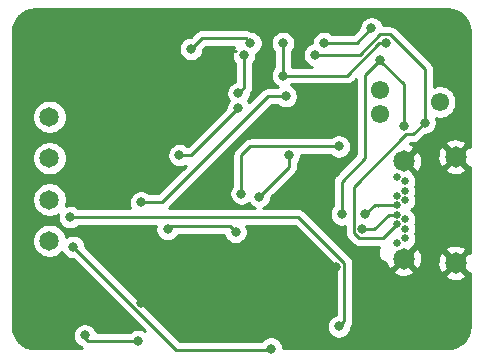
<source format=gbr>
%TF.GenerationSoftware,KiCad,Pcbnew,(5.1.12-1-g0a0a2da680)-1*%
%TF.CreationDate,2022-06-30T22:32:07+02:00*%
%TF.ProjectId,ThermoDeviceLogger,54686572-6d6f-4446-9576-6963654c6f67,rev?*%
%TF.SameCoordinates,Original*%
%TF.FileFunction,Copper,L2,Bot*%
%TF.FilePolarity,Positive*%
%FSLAX46Y46*%
G04 Gerber Fmt 4.6, Leading zero omitted, Abs format (unit mm)*
G04 Created by KiCad (PCBNEW (5.1.12-1-g0a0a2da680)-1) date 2022-06-30 22:32:07*
%MOMM*%
%LPD*%
G01*
G04 APERTURE LIST*
%TA.AperFunction,ComponentPad*%
%ADD10C,1.650000*%
%TD*%
%TA.AperFunction,ComponentPad*%
%ADD11C,1.550000*%
%TD*%
%TA.AperFunction,ComponentPad*%
%ADD12C,1.815000*%
%TD*%
%TA.AperFunction,ComponentPad*%
%ADD13C,0.650000*%
%TD*%
%TA.AperFunction,ViaPad*%
%ADD14C,3.750000*%
%TD*%
%TA.AperFunction,ViaPad*%
%ADD15C,0.800000*%
%TD*%
%TA.AperFunction,Conductor*%
%ADD16C,0.250000*%
%TD*%
%TA.AperFunction,Conductor*%
%ADD17C,0.254000*%
%TD*%
%TA.AperFunction,Conductor*%
%ADD18C,0.100000*%
%TD*%
G04 APERTURE END LIST*
D10*
%TO.P,J3,4*%
%TO.N,/ThermoCouple Modules/T-tcm2*%
X88750000Y-72750000D03*
%TO.P,J3,3*%
%TO.N,/ThermoCouple Modules/T+tcm2*%
X88750000Y-69250000D03*
%TO.P,J3,2*%
%TO.N,/ThermoCouple Modules/T-tcm1*%
X88750000Y-65750000D03*
%TO.P,J3,1*%
%TO.N,/ThermoCouple Modules/T+tcm1*%
X88750000Y-62250000D03*
%TD*%
D11*
%TO.P,J2,9*%
%TO.N,N/C*%
X116710000Y-59984000D03*
%TO.P,J2,8*%
X116710000Y-62016000D03*
%TO.P,J2,7*%
X121790000Y-61000000D03*
%TD*%
D12*
%TO.P,J1,MH4*%
%TO.N,GND*%
X118750000Y-65990000D03*
%TO.P,J1,MH3*%
X123140000Y-65630000D03*
%TO.P,J1,MH2*%
X123140000Y-74610000D03*
%TO.P,J1,MH1*%
X118750000Y-74250000D03*
D13*
%TO.P,J1,B12*%
%TO.N,Net-(J1-PadB12)*%
X118150000Y-72920000D03*
%TO.P,J1,B11*%
%TO.N,Net-(J1-PadB11)*%
X118850000Y-72520000D03*
%TO.P,J1,B10*%
%TO.N,Net-(J1-PadB10)*%
X118850000Y-71720000D03*
%TO.P,J1,B9*%
%TO.N,+5V*%
X118150000Y-71320000D03*
%TO.P,J1,B8*%
%TO.N,Net-(J1-PadB8)*%
X118850000Y-70920000D03*
%TO.P,J1,B7*%
%TO.N,/PGC*%
X118150000Y-70520000D03*
%TO.P,J1,B6*%
%TO.N,/PGD*%
X118150000Y-69720000D03*
%TO.P,J1,B5*%
%TO.N,Net-(J1-PadB5)*%
X118850000Y-69320000D03*
%TO.P,J1,B4*%
%TO.N,Net-(J1-PadB4)*%
X118150000Y-68920000D03*
%TO.P,J1,B3*%
%TO.N,Net-(J1-PadB3)*%
X118850000Y-68520000D03*
%TO.P,J1,B2*%
%TO.N,Net-(J1-PadB2)*%
X118850000Y-67720000D03*
%TO.P,J1,B1*%
%TO.N,GND*%
X118150000Y-67320000D03*
%TD*%
D14*
%TO.N,GND*%
X122000000Y-55500000D03*
X122000000Y-79500000D03*
X88000000Y-79500000D03*
X88000000Y-55500000D03*
D15*
X96512653Y-77987347D03*
X101500000Y-76250000D03*
X105500000Y-76500000D03*
X113000000Y-75000000D03*
X94500000Y-79000000D03*
X103982499Y-56807805D03*
%TO.N,+5V*%
X120520000Y-62730000D03*
X111250000Y-57000000D03*
X105750000Y-56000000D03*
X100750000Y-56500000D03*
%TO.N,Net-(C4-Pad2)*%
X112000000Y-56000000D03*
X116000000Y-54750000D03*
%TO.N,/Cyrstal1*%
X104750000Y-60250000D03*
X105200000Y-57000000D03*
%TO.N,/CS_1*%
X108750000Y-60500000D03*
X96500000Y-69500000D03*
%TO.N,/CS_2*%
X109000000Y-65500000D03*
X106500000Y-69000000D03*
%TO.N,/SCK*%
X105000000Y-68750000D03*
X113250000Y-64750000D03*
%TO.N,/ThermoCouple Modules/T+tcm2*%
X90500000Y-70750000D03*
X113250000Y-80000000D03*
%TO.N,/ThermoCouple Modules/T-tcm2*%
X90750000Y-73250000D03*
X107500000Y-81875000D03*
%TO.N,/MISO*%
X104500000Y-72000000D03*
X98750000Y-71750000D03*
%TO.N,/PGC*%
X115250000Y-71750000D03*
%TO.N,/PGD*%
X118750000Y-63000000D03*
X116767415Y-57459836D03*
X115500000Y-70500000D03*
X113500000Y-70500000D03*
%TO.N,/MCLR*%
X117250000Y-56000000D03*
X108500000Y-58750000D03*
X108500000Y-56000000D03*
%TO.N,/ThermoCouple Modules/T-tcm1*%
X96250000Y-81250000D03*
X91750000Y-80750000D03*
%TO.N,Net-(R2-Pad1)*%
X104750000Y-61500000D03*
X99750000Y-65500000D03*
%TD*%
D16*
%TO.N,GND*%
X96512653Y-77987347D02*
X98250000Y-76250000D01*
X98250000Y-76250000D02*
X101500000Y-76250000D01*
X101500000Y-76250000D02*
X105250000Y-76250000D01*
X105250000Y-76250000D02*
X105500000Y-76500000D01*
X105500000Y-76500000D02*
X106500000Y-76500000D01*
X106500000Y-76500000D02*
X108000000Y-75000000D01*
X108000000Y-75000000D02*
X108750000Y-75000000D01*
X108750000Y-75000000D02*
X113000000Y-75000000D01*
X88000000Y-79500000D02*
X94000000Y-79500000D01*
X94000000Y-79500000D02*
X94500000Y-79000000D01*
X103874694Y-56700000D02*
X103500000Y-56700000D01*
X103982499Y-56807805D02*
X103874694Y-56700000D01*
X103500000Y-56700000D02*
X103000000Y-56700000D01*
X104500000Y-56700000D02*
X103500000Y-56700000D01*
%TO.N,+5V*%
X117598001Y-55274999D02*
X116725001Y-55274999D01*
X120520000Y-58196998D02*
X117598001Y-55274999D01*
X120520000Y-62730000D02*
X120520000Y-58196998D01*
X116725001Y-55274999D02*
X115000000Y-57000000D01*
X115000000Y-57000000D02*
X111250000Y-57000000D01*
X105350001Y-55600001D02*
X101649999Y-55600001D01*
X105750000Y-56000000D02*
X105350001Y-55600001D01*
X101649999Y-55600001D02*
X100750000Y-56500000D01*
X119524999Y-63725001D02*
X120520000Y-62730000D01*
X114524999Y-68162999D02*
X118962997Y-63725001D01*
X118962997Y-63725001D02*
X119524999Y-63725001D01*
X114524999Y-72098001D02*
X114524999Y-68162999D01*
X114926998Y-72500000D02*
X114524999Y-72098001D01*
X116970000Y-72500000D02*
X114926998Y-72500000D01*
X118150000Y-71320000D02*
X116970000Y-72500000D01*
%TO.N,Net-(C4-Pad2)*%
X112000000Y-56000000D02*
X114500000Y-56000000D01*
X114750000Y-56000000D02*
X116000000Y-54750000D01*
X114500000Y-56000000D02*
X114750000Y-56000000D01*
%TO.N,/Cyrstal1*%
X105200000Y-59800000D02*
X105200000Y-57000000D01*
X104750000Y-60250000D02*
X105200000Y-59800000D01*
%TO.N,/CS_1*%
X108750000Y-60500000D02*
X107250000Y-60500000D01*
X107250000Y-60500000D02*
X98250000Y-69500000D01*
X98250000Y-69500000D02*
X96500000Y-69500000D01*
%TO.N,/CS_2*%
X109000000Y-65500000D02*
X109000000Y-66500000D01*
X109000000Y-66500000D02*
X106500000Y-69000000D01*
%TO.N,/SCK*%
X105000000Y-68750000D02*
X105000000Y-65500000D01*
X105000000Y-65500000D02*
X105250000Y-65250000D01*
X105250000Y-65250000D02*
X105750000Y-64750000D01*
X105750000Y-64750000D02*
X113250000Y-64750000D01*
%TO.N,/ThermoCouple Modules/T+tcm2*%
X113725001Y-79524999D02*
X113250000Y-80000000D01*
X113725001Y-74651999D02*
X113725001Y-79524999D01*
X109823002Y-70750000D02*
X113725001Y-74651999D01*
X90500000Y-70750000D02*
X109823002Y-70750000D01*
%TO.N,/ThermoCouple Modules/T-tcm2*%
X90750000Y-73250000D02*
X99500000Y-82000000D01*
X107375000Y-82000000D02*
X107500000Y-81875000D01*
X99500000Y-82000000D02*
X107375000Y-82000000D01*
%TO.N,/MISO*%
X104500000Y-72000000D02*
X104000000Y-71500000D01*
X99000000Y-71500000D02*
X98750000Y-71750000D01*
X104000000Y-71500000D02*
X99000000Y-71500000D01*
%TO.N,/PGC*%
X118150000Y-70520000D02*
X117480000Y-70520000D01*
X117480000Y-70520000D02*
X116250000Y-71750000D01*
X116250000Y-71750000D02*
X115250000Y-71750000D01*
%TO.N,/PGD*%
X118750000Y-63000000D02*
X118750000Y-59500000D01*
X116767415Y-57517415D02*
X116767415Y-57459836D01*
X118750000Y-59500000D02*
X116767415Y-57517415D01*
X118150000Y-69720000D02*
X116530000Y-69720000D01*
X116530000Y-69720000D02*
X116530000Y-69780000D01*
X116530000Y-69720000D02*
X116280000Y-69720000D01*
X116280000Y-69720000D02*
X115500000Y-70500000D01*
X115500000Y-58727251D02*
X116767415Y-57459836D01*
X115500000Y-65750000D02*
X115500000Y-58727251D01*
X113500000Y-67750000D02*
X115500000Y-65750000D01*
X113500000Y-70500000D02*
X113500000Y-67750000D01*
%TO.N,/MCLR*%
X116684315Y-56000000D02*
X113934315Y-58750000D01*
X117250000Y-56000000D02*
X116684315Y-56000000D01*
X113934315Y-58750000D02*
X108500000Y-58750000D01*
X108500000Y-56000000D02*
X108500000Y-58750000D01*
%TO.N,/ThermoCouple Modules/T-tcm1*%
X96250000Y-81250000D02*
X92000000Y-81250000D01*
X92000000Y-81250000D02*
X91750000Y-81000000D01*
X91750000Y-81000000D02*
X91750000Y-80750000D01*
%TO.N,Net-(R2-Pad1)*%
X104750000Y-61500000D02*
X100750000Y-65500000D01*
X100750000Y-65500000D02*
X99750000Y-65500000D01*
%TD*%
D17*
%TO.N,GND*%
X122856775Y-53198147D02*
X123199967Y-53301763D01*
X123516489Y-53470062D01*
X123794299Y-53696637D01*
X124022806Y-53972856D01*
X124193310Y-54288197D01*
X124299319Y-54630656D01*
X124340000Y-55017712D01*
X124340000Y-64783496D01*
X124209431Y-64740174D01*
X123319605Y-65630000D01*
X124209431Y-66519826D01*
X124340000Y-66476504D01*
X124340001Y-73763496D01*
X124209431Y-73720174D01*
X123319605Y-74610000D01*
X124209431Y-75499826D01*
X124340001Y-75456504D01*
X124340001Y-79967711D01*
X124301853Y-80356776D01*
X124198238Y-80699964D01*
X124029939Y-81016489D01*
X123803365Y-81294296D01*
X123527146Y-81522805D01*
X123211803Y-81693310D01*
X122869344Y-81799319D01*
X122482288Y-81840000D01*
X108535000Y-81840000D01*
X108535000Y-81773061D01*
X108495226Y-81573102D01*
X108417205Y-81384744D01*
X108303937Y-81215226D01*
X108159774Y-81071063D01*
X107990256Y-80957795D01*
X107801898Y-80879774D01*
X107601939Y-80840000D01*
X107398061Y-80840000D01*
X107198102Y-80879774D01*
X107009744Y-80957795D01*
X106840226Y-81071063D01*
X106696063Y-81215226D01*
X106679510Y-81240000D01*
X99814802Y-81240000D01*
X91785000Y-73210199D01*
X91785000Y-73148061D01*
X91745226Y-72948102D01*
X91667205Y-72759744D01*
X91553937Y-72590226D01*
X91409774Y-72446063D01*
X91240256Y-72332795D01*
X91051898Y-72254774D01*
X90851939Y-72215000D01*
X90648061Y-72215000D01*
X90448102Y-72254774D01*
X90259744Y-72332795D01*
X90167832Y-72394209D01*
X90153893Y-72324134D01*
X90043835Y-72058431D01*
X89884056Y-71819304D01*
X89680696Y-71615944D01*
X89441569Y-71456165D01*
X89175866Y-71346107D01*
X88893797Y-71290000D01*
X88606203Y-71290000D01*
X88324134Y-71346107D01*
X88058431Y-71456165D01*
X87819304Y-71615944D01*
X87615944Y-71819304D01*
X87456165Y-72058431D01*
X87346107Y-72324134D01*
X87290000Y-72606203D01*
X87290000Y-72893797D01*
X87346107Y-73175866D01*
X87456165Y-73441569D01*
X87615944Y-73680696D01*
X87819304Y-73884056D01*
X88058431Y-74043835D01*
X88324134Y-74153893D01*
X88606203Y-74210000D01*
X88893797Y-74210000D01*
X89175866Y-74153893D01*
X89441569Y-74043835D01*
X89680696Y-73884056D01*
X89830364Y-73734388D01*
X89832795Y-73740256D01*
X89946063Y-73909774D01*
X90090226Y-74053937D01*
X90259744Y-74167205D01*
X90448102Y-74245226D01*
X90648061Y-74285000D01*
X90710199Y-74285000D01*
X96793710Y-80368512D01*
X96740256Y-80332795D01*
X96551898Y-80254774D01*
X96351939Y-80215000D01*
X96148061Y-80215000D01*
X95948102Y-80254774D01*
X95759744Y-80332795D01*
X95590226Y-80446063D01*
X95546289Y-80490000D01*
X92753560Y-80490000D01*
X92745226Y-80448102D01*
X92667205Y-80259744D01*
X92553937Y-80090226D01*
X92409774Y-79946063D01*
X92240256Y-79832795D01*
X92051898Y-79754774D01*
X91851939Y-79715000D01*
X91648061Y-79715000D01*
X91448102Y-79754774D01*
X91259744Y-79832795D01*
X91090226Y-79946063D01*
X90946063Y-80090226D01*
X90832795Y-80259744D01*
X90754774Y-80448102D01*
X90715000Y-80648061D01*
X90715000Y-80851939D01*
X90754774Y-81051898D01*
X90832795Y-81240256D01*
X90946063Y-81409774D01*
X91090226Y-81553937D01*
X91259744Y-81667205D01*
X91400853Y-81725655D01*
X91436200Y-81761002D01*
X91459999Y-81790001D01*
X91520923Y-81840000D01*
X87532279Y-81840000D01*
X87143224Y-81801853D01*
X86800036Y-81698238D01*
X86483511Y-81529939D01*
X86205704Y-81303365D01*
X85977195Y-81027146D01*
X85806690Y-80711803D01*
X85700681Y-80369344D01*
X85660000Y-79982288D01*
X85660000Y-69106203D01*
X87290000Y-69106203D01*
X87290000Y-69393797D01*
X87346107Y-69675866D01*
X87456165Y-69941569D01*
X87615944Y-70180696D01*
X87819304Y-70384056D01*
X88058431Y-70543835D01*
X88324134Y-70653893D01*
X88606203Y-70710000D01*
X88893797Y-70710000D01*
X89175866Y-70653893D01*
X89441569Y-70543835D01*
X89492501Y-70509804D01*
X89465000Y-70648061D01*
X89465000Y-70851939D01*
X89504774Y-71051898D01*
X89582795Y-71240256D01*
X89696063Y-71409774D01*
X89840226Y-71553937D01*
X90009744Y-71667205D01*
X90198102Y-71745226D01*
X90398061Y-71785000D01*
X90601939Y-71785000D01*
X90801898Y-71745226D01*
X90990256Y-71667205D01*
X91159774Y-71553937D01*
X91203711Y-71510000D01*
X97742462Y-71510000D01*
X97715000Y-71648061D01*
X97715000Y-71851939D01*
X97754774Y-72051898D01*
X97832795Y-72240256D01*
X97946063Y-72409774D01*
X98090226Y-72553937D01*
X98259744Y-72667205D01*
X98448102Y-72745226D01*
X98648061Y-72785000D01*
X98851939Y-72785000D01*
X99051898Y-72745226D01*
X99240256Y-72667205D01*
X99409774Y-72553937D01*
X99553937Y-72409774D01*
X99654013Y-72260000D01*
X103496440Y-72260000D01*
X103504774Y-72301898D01*
X103582795Y-72490256D01*
X103696063Y-72659774D01*
X103840226Y-72803937D01*
X104009744Y-72917205D01*
X104198102Y-72995226D01*
X104398061Y-73035000D01*
X104601939Y-73035000D01*
X104801898Y-72995226D01*
X104990256Y-72917205D01*
X105159774Y-72803937D01*
X105303937Y-72659774D01*
X105417205Y-72490256D01*
X105495226Y-72301898D01*
X105535000Y-72101939D01*
X105535000Y-71898061D01*
X105495226Y-71698102D01*
X105417311Y-71510000D01*
X109508201Y-71510000D01*
X112965001Y-74966801D01*
X112965002Y-79001412D01*
X112948102Y-79004774D01*
X112759744Y-79082795D01*
X112590226Y-79196063D01*
X112446063Y-79340226D01*
X112332795Y-79509744D01*
X112254774Y-79698102D01*
X112215000Y-79898061D01*
X112215000Y-80101939D01*
X112254774Y-80301898D01*
X112332795Y-80490256D01*
X112446063Y-80659774D01*
X112590226Y-80803937D01*
X112759744Y-80917205D01*
X112948102Y-80995226D01*
X113148061Y-81035000D01*
X113351939Y-81035000D01*
X113551898Y-80995226D01*
X113740256Y-80917205D01*
X113909774Y-80803937D01*
X114053937Y-80659774D01*
X114167205Y-80490256D01*
X114245226Y-80301898D01*
X114285000Y-80101939D01*
X114285000Y-80040632D01*
X114359975Y-79949275D01*
X114430547Y-79817246D01*
X114474004Y-79673985D01*
X114485001Y-79562332D01*
X114485001Y-79562322D01*
X114488677Y-79524999D01*
X114485001Y-79487676D01*
X114485001Y-75319431D01*
X117860174Y-75319431D01*
X117944764Y-75574378D01*
X118218609Y-75706025D01*
X118512876Y-75781716D01*
X118816256Y-75798545D01*
X119117089Y-75755865D01*
X119335044Y-75679431D01*
X122250174Y-75679431D01*
X122334764Y-75934378D01*
X122608609Y-76066025D01*
X122902876Y-76141716D01*
X123206256Y-76158545D01*
X123507089Y-76115865D01*
X123793815Y-76015314D01*
X123945236Y-75934378D01*
X124029826Y-75679431D01*
X123140000Y-74789605D01*
X122250174Y-75679431D01*
X119335044Y-75679431D01*
X119403815Y-75655314D01*
X119555236Y-75574378D01*
X119639826Y-75319431D01*
X118750000Y-74429605D01*
X117860174Y-75319431D01*
X114485001Y-75319431D01*
X114485001Y-74689322D01*
X114488677Y-74651999D01*
X114485001Y-74614676D01*
X114485001Y-74614666D01*
X114474004Y-74503013D01*
X114430547Y-74359752D01*
X114390591Y-74285000D01*
X114359975Y-74227722D01*
X114288800Y-74140996D01*
X114265002Y-74111998D01*
X114236005Y-74088201D01*
X110386806Y-70239003D01*
X110363003Y-70209999D01*
X110247278Y-70115026D01*
X110115249Y-70044454D01*
X109971988Y-70000997D01*
X109860335Y-69990000D01*
X109860324Y-69990000D01*
X109823002Y-69986324D01*
X109785680Y-69990000D01*
X106814515Y-69990000D01*
X106990256Y-69917205D01*
X107159774Y-69803937D01*
X107303937Y-69659774D01*
X107417205Y-69490256D01*
X107495226Y-69301898D01*
X107535000Y-69101939D01*
X107535000Y-69039801D01*
X109511003Y-67063799D01*
X109540001Y-67040001D01*
X109572011Y-67000997D01*
X109634974Y-66924277D01*
X109705546Y-66792247D01*
X109715328Y-66760000D01*
X109749003Y-66648986D01*
X109760000Y-66537333D01*
X109760000Y-66537323D01*
X109763676Y-66500000D01*
X109760000Y-66462677D01*
X109760000Y-66203711D01*
X109803937Y-66159774D01*
X109917205Y-65990256D01*
X109995226Y-65801898D01*
X110035000Y-65601939D01*
X110035000Y-65510000D01*
X112546289Y-65510000D01*
X112590226Y-65553937D01*
X112759744Y-65667205D01*
X112948102Y-65745226D01*
X113148061Y-65785000D01*
X113351939Y-65785000D01*
X113551898Y-65745226D01*
X113740256Y-65667205D01*
X113909774Y-65553937D01*
X114053937Y-65409774D01*
X114167205Y-65240256D01*
X114245226Y-65051898D01*
X114285000Y-64851939D01*
X114285000Y-64648061D01*
X114245226Y-64448102D01*
X114167205Y-64259744D01*
X114053937Y-64090226D01*
X113909774Y-63946063D01*
X113740256Y-63832795D01*
X113551898Y-63754774D01*
X113351939Y-63715000D01*
X113148061Y-63715000D01*
X112948102Y-63754774D01*
X112759744Y-63832795D01*
X112590226Y-63946063D01*
X112546289Y-63990000D01*
X105787325Y-63990000D01*
X105750000Y-63986324D01*
X105712675Y-63990000D01*
X105712667Y-63990000D01*
X105601014Y-64000997D01*
X105457753Y-64044454D01*
X105325724Y-64115026D01*
X105209999Y-64209999D01*
X105186196Y-64239003D01*
X104739003Y-64686196D01*
X104738997Y-64686201D01*
X104488997Y-64936202D01*
X104460000Y-64959999D01*
X104436202Y-64988997D01*
X104436201Y-64988998D01*
X104365026Y-65075724D01*
X104294454Y-65207754D01*
X104250998Y-65351015D01*
X104236324Y-65500000D01*
X104240001Y-65537332D01*
X104240000Y-68046289D01*
X104196063Y-68090226D01*
X104082795Y-68259744D01*
X104004774Y-68448102D01*
X103965000Y-68648061D01*
X103965000Y-68851939D01*
X104004774Y-69051898D01*
X104082795Y-69240256D01*
X104196063Y-69409774D01*
X104340226Y-69553937D01*
X104509744Y-69667205D01*
X104698102Y-69745226D01*
X104898061Y-69785000D01*
X105101939Y-69785000D01*
X105301898Y-69745226D01*
X105490256Y-69667205D01*
X105635972Y-69569841D01*
X105696063Y-69659774D01*
X105840226Y-69803937D01*
X106009744Y-69917205D01*
X106185485Y-69990000D01*
X98834801Y-69990000D01*
X107564802Y-61260000D01*
X108046289Y-61260000D01*
X108090226Y-61303937D01*
X108259744Y-61417205D01*
X108448102Y-61495226D01*
X108648061Y-61535000D01*
X108851939Y-61535000D01*
X109051898Y-61495226D01*
X109240256Y-61417205D01*
X109409774Y-61303937D01*
X109553937Y-61159774D01*
X109667205Y-60990256D01*
X109745226Y-60801898D01*
X109785000Y-60601939D01*
X109785000Y-60398061D01*
X109745226Y-60198102D01*
X109667205Y-60009744D01*
X109553937Y-59840226D01*
X109409774Y-59696063D01*
X109240256Y-59582795D01*
X109162941Y-59550770D01*
X109203711Y-59510000D01*
X113896993Y-59510000D01*
X113934315Y-59513676D01*
X113971637Y-59510000D01*
X113971648Y-59510000D01*
X114083301Y-59499003D01*
X114226562Y-59455546D01*
X114358591Y-59384974D01*
X114474316Y-59290001D01*
X114498119Y-59260997D01*
X114740001Y-59019115D01*
X114740000Y-65435198D01*
X112988998Y-67186201D01*
X112960000Y-67209999D01*
X112936202Y-67238997D01*
X112936201Y-67238998D01*
X112865026Y-67325724D01*
X112794454Y-67457754D01*
X112769947Y-67538545D01*
X112750998Y-67601014D01*
X112745977Y-67651997D01*
X112736324Y-67750000D01*
X112740001Y-67787332D01*
X112740000Y-69796289D01*
X112696063Y-69840226D01*
X112582795Y-70009744D01*
X112504774Y-70198102D01*
X112465000Y-70398061D01*
X112465000Y-70601939D01*
X112504774Y-70801898D01*
X112582795Y-70990256D01*
X112696063Y-71159774D01*
X112840226Y-71303937D01*
X113009744Y-71417205D01*
X113198102Y-71495226D01*
X113398061Y-71535000D01*
X113601939Y-71535000D01*
X113764999Y-71502566D01*
X113764999Y-72060678D01*
X113761323Y-72098001D01*
X113764999Y-72135323D01*
X113764999Y-72135333D01*
X113775996Y-72246986D01*
X113819453Y-72390247D01*
X113890025Y-72522277D01*
X113916008Y-72553937D01*
X113984998Y-72638002D01*
X114014001Y-72661804D01*
X114363198Y-73011002D01*
X114386997Y-73040001D01*
X114502722Y-73134974D01*
X114634751Y-73205546D01*
X114778012Y-73249003D01*
X114889665Y-73260000D01*
X114889674Y-73260000D01*
X114926997Y-73263676D01*
X114964320Y-73260000D01*
X116652780Y-73260000D01*
X116649259Y-73265269D01*
X116576892Y-73439978D01*
X116540000Y-73625448D01*
X116540000Y-73814552D01*
X116576892Y-74000022D01*
X116649259Y-74174731D01*
X116754319Y-74331964D01*
X116888036Y-74465681D01*
X117045269Y-74570741D01*
X117219978Y-74643108D01*
X117255755Y-74650224D01*
X117344686Y-74903815D01*
X117425622Y-75055236D01*
X117680569Y-75139826D01*
X118570395Y-74250000D01*
X118929605Y-74250000D01*
X119819431Y-75139826D01*
X120074378Y-75055236D01*
X120206025Y-74781391D01*
X120233067Y-74676256D01*
X121591455Y-74676256D01*
X121634135Y-74977089D01*
X121734686Y-75263815D01*
X121815622Y-75415236D01*
X122070569Y-75499826D01*
X122960395Y-74610000D01*
X122070569Y-73720174D01*
X121815622Y-73804764D01*
X121683975Y-74078609D01*
X121608284Y-74372876D01*
X121591455Y-74676256D01*
X120233067Y-74676256D01*
X120281716Y-74487124D01*
X120298545Y-74183744D01*
X120255865Y-73882911D01*
X120155314Y-73596185D01*
X120125587Y-73540569D01*
X122250174Y-73540569D01*
X123140000Y-74430395D01*
X124029826Y-73540569D01*
X123945236Y-73285622D01*
X123671391Y-73153975D01*
X123377124Y-73078284D01*
X123073744Y-73061455D01*
X122772911Y-73104135D01*
X122486185Y-73204686D01*
X122334764Y-73285622D01*
X122250174Y-73540569D01*
X120125587Y-73540569D01*
X120074378Y-73444764D01*
X119819431Y-73360174D01*
X118929605Y-74250000D01*
X118570395Y-74250000D01*
X118556253Y-74235858D01*
X118735858Y-74056253D01*
X118750000Y-74070395D01*
X119639826Y-73180569D01*
X119614403Y-73103945D01*
X119700741Y-72974731D01*
X119773108Y-72800022D01*
X119810000Y-72614552D01*
X119810000Y-72425448D01*
X119773108Y-72239978D01*
X119723411Y-72120000D01*
X119773108Y-72000022D01*
X119810000Y-71814552D01*
X119810000Y-71625448D01*
X119773108Y-71439978D01*
X119723411Y-71320000D01*
X119773108Y-71200022D01*
X119810000Y-71014552D01*
X119810000Y-70825448D01*
X119773108Y-70639978D01*
X119700741Y-70465269D01*
X119595681Y-70308036D01*
X119461964Y-70174319D01*
X119380670Y-70120000D01*
X119461964Y-70065681D01*
X119595681Y-69931964D01*
X119700741Y-69774731D01*
X119773108Y-69600022D01*
X119810000Y-69414552D01*
X119810000Y-69225448D01*
X119773108Y-69039978D01*
X119723411Y-68920000D01*
X119773108Y-68800022D01*
X119810000Y-68614552D01*
X119810000Y-68425448D01*
X119773108Y-68239978D01*
X119723411Y-68120000D01*
X119773108Y-68000022D01*
X119810000Y-67814552D01*
X119810000Y-67625448D01*
X119773108Y-67439978D01*
X119700741Y-67265269D01*
X119614403Y-67136055D01*
X119639826Y-67059431D01*
X118750000Y-66169605D01*
X118735858Y-66183748D01*
X118624139Y-66072029D01*
X118590161Y-65990000D01*
X118929605Y-65990000D01*
X119819431Y-66879826D01*
X120074378Y-66795236D01*
X120120434Y-66699431D01*
X122250174Y-66699431D01*
X122334764Y-66954378D01*
X122608609Y-67086025D01*
X122902876Y-67161716D01*
X123206256Y-67178545D01*
X123507089Y-67135865D01*
X123793815Y-67035314D01*
X123945236Y-66954378D01*
X124029826Y-66699431D01*
X123140000Y-65809605D01*
X122250174Y-66699431D01*
X120120434Y-66699431D01*
X120206025Y-66521391D01*
X120281716Y-66227124D01*
X120298545Y-65923744D01*
X120266271Y-65696256D01*
X121591455Y-65696256D01*
X121634135Y-65997089D01*
X121734686Y-66283815D01*
X121815622Y-66435236D01*
X122070569Y-66519826D01*
X122960395Y-65630000D01*
X122070569Y-64740174D01*
X121815622Y-64824764D01*
X121683975Y-65098609D01*
X121608284Y-65392876D01*
X121591455Y-65696256D01*
X120266271Y-65696256D01*
X120255865Y-65622911D01*
X120155314Y-65336185D01*
X120074378Y-65184764D01*
X119819431Y-65100174D01*
X118929605Y-65990000D01*
X118590161Y-65990000D01*
X118576087Y-65956023D01*
X118735858Y-65796253D01*
X118750000Y-65810395D01*
X119639826Y-64920569D01*
X119555236Y-64665622D01*
X119336711Y-64560569D01*
X122250174Y-64560569D01*
X123140000Y-65450395D01*
X124029826Y-64560569D01*
X123945236Y-64305622D01*
X123671391Y-64173975D01*
X123377124Y-64098284D01*
X123073744Y-64081455D01*
X122772911Y-64124135D01*
X122486185Y-64224686D01*
X122334764Y-64305622D01*
X122250174Y-64560569D01*
X119336711Y-64560569D01*
X119281391Y-64533975D01*
X119239580Y-64523220D01*
X119277799Y-64485001D01*
X119487677Y-64485001D01*
X119524999Y-64488677D01*
X119562321Y-64485001D01*
X119562332Y-64485001D01*
X119673985Y-64474004D01*
X119817246Y-64430547D01*
X119949275Y-64359975D01*
X120065000Y-64265002D01*
X120088803Y-64235999D01*
X120559801Y-63765000D01*
X120621939Y-63765000D01*
X120821898Y-63725226D01*
X121010256Y-63647205D01*
X121179774Y-63533937D01*
X121323937Y-63389774D01*
X121437205Y-63220256D01*
X121515226Y-63031898D01*
X121555000Y-62831939D01*
X121555000Y-62628061D01*
X121515226Y-62428102D01*
X121494852Y-62378915D01*
X121651127Y-62410000D01*
X121928873Y-62410000D01*
X122201282Y-62355814D01*
X122457885Y-62249525D01*
X122688822Y-62095218D01*
X122885218Y-61898822D01*
X123039525Y-61667885D01*
X123145814Y-61411282D01*
X123200000Y-61138873D01*
X123200000Y-60861127D01*
X123145814Y-60588718D01*
X123039525Y-60332115D01*
X122885218Y-60101178D01*
X122688822Y-59904782D01*
X122457885Y-59750475D01*
X122201282Y-59644186D01*
X121928873Y-59590000D01*
X121651127Y-59590000D01*
X121378718Y-59644186D01*
X121280000Y-59685077D01*
X121280000Y-58234331D01*
X121283677Y-58196998D01*
X121269003Y-58048012D01*
X121225546Y-57904751D01*
X121154974Y-57772722D01*
X121083799Y-57685995D01*
X121060001Y-57656997D01*
X121031003Y-57633199D01*
X118161805Y-54764002D01*
X118138002Y-54734998D01*
X118022277Y-54640025D01*
X117890248Y-54569453D01*
X117746987Y-54525996D01*
X117635334Y-54514999D01*
X117635323Y-54514999D01*
X117598001Y-54511323D01*
X117560679Y-54514999D01*
X117008533Y-54514999D01*
X116995226Y-54448102D01*
X116917205Y-54259744D01*
X116803937Y-54090226D01*
X116659774Y-53946063D01*
X116490256Y-53832795D01*
X116301898Y-53754774D01*
X116101939Y-53715000D01*
X115898061Y-53715000D01*
X115698102Y-53754774D01*
X115509744Y-53832795D01*
X115340226Y-53946063D01*
X115196063Y-54090226D01*
X115082795Y-54259744D01*
X115004774Y-54448102D01*
X114965000Y-54648061D01*
X114965000Y-54710198D01*
X114435199Y-55240000D01*
X112703711Y-55240000D01*
X112659774Y-55196063D01*
X112490256Y-55082795D01*
X112301898Y-55004774D01*
X112101939Y-54965000D01*
X111898061Y-54965000D01*
X111698102Y-55004774D01*
X111509744Y-55082795D01*
X111340226Y-55196063D01*
X111196063Y-55340226D01*
X111082795Y-55509744D01*
X111004774Y-55698102D01*
X110965000Y-55898061D01*
X110965000Y-56001413D01*
X110948102Y-56004774D01*
X110759744Y-56082795D01*
X110590226Y-56196063D01*
X110446063Y-56340226D01*
X110332795Y-56509744D01*
X110254774Y-56698102D01*
X110215000Y-56898061D01*
X110215000Y-57101939D01*
X110254774Y-57301898D01*
X110332795Y-57490256D01*
X110446063Y-57659774D01*
X110590226Y-57803937D01*
X110759744Y-57917205D01*
X110935485Y-57990000D01*
X109260000Y-57990000D01*
X109260000Y-56703711D01*
X109303937Y-56659774D01*
X109417205Y-56490256D01*
X109495226Y-56301898D01*
X109535000Y-56101939D01*
X109535000Y-55898061D01*
X109495226Y-55698102D01*
X109417205Y-55509744D01*
X109303937Y-55340226D01*
X109159774Y-55196063D01*
X108990256Y-55082795D01*
X108801898Y-55004774D01*
X108601939Y-54965000D01*
X108398061Y-54965000D01*
X108198102Y-55004774D01*
X108009744Y-55082795D01*
X107840226Y-55196063D01*
X107696063Y-55340226D01*
X107582795Y-55509744D01*
X107504774Y-55698102D01*
X107465000Y-55898061D01*
X107465000Y-56101939D01*
X107504774Y-56301898D01*
X107582795Y-56490256D01*
X107696063Y-56659774D01*
X107740000Y-56703711D01*
X107740001Y-58046288D01*
X107696063Y-58090226D01*
X107582795Y-58259744D01*
X107504774Y-58448102D01*
X107465000Y-58648061D01*
X107465000Y-58851939D01*
X107504774Y-59051898D01*
X107582795Y-59240256D01*
X107696063Y-59409774D01*
X107840226Y-59553937D01*
X108009744Y-59667205D01*
X108087059Y-59699230D01*
X108046289Y-59740000D01*
X107287322Y-59740000D01*
X107249999Y-59736324D01*
X107212676Y-59740000D01*
X107212667Y-59740000D01*
X107101014Y-59750997D01*
X106965032Y-59792246D01*
X106957753Y-59794454D01*
X106825723Y-59865026D01*
X106742083Y-59933668D01*
X106709999Y-59959999D01*
X106686201Y-59988997D01*
X105666504Y-61008694D01*
X105577172Y-60875000D01*
X105667205Y-60740256D01*
X105745226Y-60551898D01*
X105785000Y-60351939D01*
X105785000Y-60285170D01*
X105800031Y-60266854D01*
X105834974Y-60224277D01*
X105905546Y-60092247D01*
X105921394Y-60040001D01*
X105949003Y-59948986D01*
X105960000Y-59837333D01*
X105960000Y-59837324D01*
X105963676Y-59800001D01*
X105960000Y-59762678D01*
X105960000Y-57703711D01*
X106003937Y-57659774D01*
X106117205Y-57490256D01*
X106195226Y-57301898D01*
X106235000Y-57101939D01*
X106235000Y-56919382D01*
X106240256Y-56917205D01*
X106409774Y-56803937D01*
X106553937Y-56659774D01*
X106667205Y-56490256D01*
X106745226Y-56301898D01*
X106785000Y-56101939D01*
X106785000Y-55898061D01*
X106745226Y-55698102D01*
X106667205Y-55509744D01*
X106553937Y-55340226D01*
X106409774Y-55196063D01*
X106240256Y-55082795D01*
X106051898Y-55004774D01*
X105851939Y-54965000D01*
X105774226Y-54965000D01*
X105642248Y-54894455D01*
X105498987Y-54850998D01*
X105387334Y-54840001D01*
X105387323Y-54840001D01*
X105350001Y-54836325D01*
X105312679Y-54840001D01*
X101687324Y-54840001D01*
X101649999Y-54836325D01*
X101612674Y-54840001D01*
X101612666Y-54840001D01*
X101501013Y-54850998D01*
X101357752Y-54894455D01*
X101225723Y-54965027D01*
X101109998Y-55060000D01*
X101086200Y-55088998D01*
X100710198Y-55465000D01*
X100648061Y-55465000D01*
X100448102Y-55504774D01*
X100259744Y-55582795D01*
X100090226Y-55696063D01*
X99946063Y-55840226D01*
X99832795Y-56009744D01*
X99754774Y-56198102D01*
X99715000Y-56398061D01*
X99715000Y-56601939D01*
X99754774Y-56801898D01*
X99832795Y-56990256D01*
X99946063Y-57159774D01*
X100090226Y-57303937D01*
X100259744Y-57417205D01*
X100448102Y-57495226D01*
X100648061Y-57535000D01*
X100851939Y-57535000D01*
X101051898Y-57495226D01*
X101240256Y-57417205D01*
X101409774Y-57303937D01*
X101553937Y-57159774D01*
X101667205Y-56990256D01*
X101745226Y-56801898D01*
X101785000Y-56601939D01*
X101785000Y-56539802D01*
X101964801Y-56360001D01*
X104382850Y-56360001D01*
X104282795Y-56509744D01*
X104204774Y-56698102D01*
X104165000Y-56898061D01*
X104165000Y-57101939D01*
X104204774Y-57301898D01*
X104282795Y-57490256D01*
X104396063Y-57659774D01*
X104440001Y-57703712D01*
X104440000Y-59258130D01*
X104259744Y-59332795D01*
X104090226Y-59446063D01*
X103946063Y-59590226D01*
X103832795Y-59759744D01*
X103754774Y-59948102D01*
X103715000Y-60148061D01*
X103715000Y-60351939D01*
X103754774Y-60551898D01*
X103832795Y-60740256D01*
X103922828Y-60875000D01*
X103832795Y-61009744D01*
X103754774Y-61198102D01*
X103715000Y-61398061D01*
X103715000Y-61460198D01*
X100444455Y-64730744D01*
X100409774Y-64696063D01*
X100240256Y-64582795D01*
X100051898Y-64504774D01*
X99851939Y-64465000D01*
X99648061Y-64465000D01*
X99448102Y-64504774D01*
X99259744Y-64582795D01*
X99090226Y-64696063D01*
X98946063Y-64840226D01*
X98832795Y-65009744D01*
X98754774Y-65198102D01*
X98715000Y-65398061D01*
X98715000Y-65601939D01*
X98754774Y-65801898D01*
X98832795Y-65990256D01*
X98946063Y-66159774D01*
X99090226Y-66303937D01*
X99259744Y-66417205D01*
X99448102Y-66495226D01*
X99648061Y-66535000D01*
X99851939Y-66535000D01*
X100051898Y-66495226D01*
X100240256Y-66417205D01*
X100293711Y-66381487D01*
X97935199Y-68740000D01*
X97203711Y-68740000D01*
X97159774Y-68696063D01*
X96990256Y-68582795D01*
X96801898Y-68504774D01*
X96601939Y-68465000D01*
X96398061Y-68465000D01*
X96198102Y-68504774D01*
X96009744Y-68582795D01*
X95840226Y-68696063D01*
X95696063Y-68840226D01*
X95582795Y-69009744D01*
X95504774Y-69198102D01*
X95465000Y-69398061D01*
X95465000Y-69601939D01*
X95504774Y-69801898D01*
X95582689Y-69990000D01*
X91203711Y-69990000D01*
X91159774Y-69946063D01*
X90990256Y-69832795D01*
X90801898Y-69754774D01*
X90601939Y-69715000D01*
X90398061Y-69715000D01*
X90198102Y-69754774D01*
X90105283Y-69793221D01*
X90153893Y-69675866D01*
X90210000Y-69393797D01*
X90210000Y-69106203D01*
X90153893Y-68824134D01*
X90043835Y-68558431D01*
X89884056Y-68319304D01*
X89680696Y-68115944D01*
X89441569Y-67956165D01*
X89175866Y-67846107D01*
X88893797Y-67790000D01*
X88606203Y-67790000D01*
X88324134Y-67846107D01*
X88058431Y-67956165D01*
X87819304Y-68115944D01*
X87615944Y-68319304D01*
X87456165Y-68558431D01*
X87346107Y-68824134D01*
X87290000Y-69106203D01*
X85660000Y-69106203D01*
X85660000Y-65606203D01*
X87290000Y-65606203D01*
X87290000Y-65893797D01*
X87346107Y-66175866D01*
X87456165Y-66441569D01*
X87615944Y-66680696D01*
X87819304Y-66884056D01*
X88058431Y-67043835D01*
X88324134Y-67153893D01*
X88606203Y-67210000D01*
X88893797Y-67210000D01*
X89175866Y-67153893D01*
X89441569Y-67043835D01*
X89680696Y-66884056D01*
X89884056Y-66680696D01*
X90043835Y-66441569D01*
X90153893Y-66175866D01*
X90210000Y-65893797D01*
X90210000Y-65606203D01*
X90153893Y-65324134D01*
X90043835Y-65058431D01*
X89884056Y-64819304D01*
X89680696Y-64615944D01*
X89441569Y-64456165D01*
X89175866Y-64346107D01*
X88893797Y-64290000D01*
X88606203Y-64290000D01*
X88324134Y-64346107D01*
X88058431Y-64456165D01*
X87819304Y-64615944D01*
X87615944Y-64819304D01*
X87456165Y-65058431D01*
X87346107Y-65324134D01*
X87290000Y-65606203D01*
X85660000Y-65606203D01*
X85660000Y-62106203D01*
X87290000Y-62106203D01*
X87290000Y-62393797D01*
X87346107Y-62675866D01*
X87456165Y-62941569D01*
X87615944Y-63180696D01*
X87819304Y-63384056D01*
X88058431Y-63543835D01*
X88324134Y-63653893D01*
X88606203Y-63710000D01*
X88893797Y-63710000D01*
X89175866Y-63653893D01*
X89441569Y-63543835D01*
X89680696Y-63384056D01*
X89884056Y-63180696D01*
X90043835Y-62941569D01*
X90153893Y-62675866D01*
X90210000Y-62393797D01*
X90210000Y-62106203D01*
X90153893Y-61824134D01*
X90043835Y-61558431D01*
X89884056Y-61319304D01*
X89680696Y-61115944D01*
X89441569Y-60956165D01*
X89175866Y-60846107D01*
X88893797Y-60790000D01*
X88606203Y-60790000D01*
X88324134Y-60846107D01*
X88058431Y-60956165D01*
X87819304Y-61115944D01*
X87615944Y-61319304D01*
X87456165Y-61558431D01*
X87346107Y-61824134D01*
X87290000Y-62106203D01*
X85660000Y-62106203D01*
X85660000Y-55032279D01*
X85698147Y-54643225D01*
X85801763Y-54300033D01*
X85970062Y-53983511D01*
X86196637Y-53705701D01*
X86472856Y-53477194D01*
X86788197Y-53306690D01*
X87130656Y-53200681D01*
X87517712Y-53160000D01*
X122467721Y-53160000D01*
X122856775Y-53198147D01*
%TA.AperFunction,Conductor*%
D18*
G36*
X122856775Y-53198147D02*
G01*
X123199967Y-53301763D01*
X123516489Y-53470062D01*
X123794299Y-53696637D01*
X124022806Y-53972856D01*
X124193310Y-54288197D01*
X124299319Y-54630656D01*
X124340000Y-55017712D01*
X124340000Y-64783496D01*
X124209431Y-64740174D01*
X123319605Y-65630000D01*
X124209431Y-66519826D01*
X124340000Y-66476504D01*
X124340001Y-73763496D01*
X124209431Y-73720174D01*
X123319605Y-74610000D01*
X124209431Y-75499826D01*
X124340001Y-75456504D01*
X124340001Y-79967711D01*
X124301853Y-80356776D01*
X124198238Y-80699964D01*
X124029939Y-81016489D01*
X123803365Y-81294296D01*
X123527146Y-81522805D01*
X123211803Y-81693310D01*
X122869344Y-81799319D01*
X122482288Y-81840000D01*
X108535000Y-81840000D01*
X108535000Y-81773061D01*
X108495226Y-81573102D01*
X108417205Y-81384744D01*
X108303937Y-81215226D01*
X108159774Y-81071063D01*
X107990256Y-80957795D01*
X107801898Y-80879774D01*
X107601939Y-80840000D01*
X107398061Y-80840000D01*
X107198102Y-80879774D01*
X107009744Y-80957795D01*
X106840226Y-81071063D01*
X106696063Y-81215226D01*
X106679510Y-81240000D01*
X99814802Y-81240000D01*
X91785000Y-73210199D01*
X91785000Y-73148061D01*
X91745226Y-72948102D01*
X91667205Y-72759744D01*
X91553937Y-72590226D01*
X91409774Y-72446063D01*
X91240256Y-72332795D01*
X91051898Y-72254774D01*
X90851939Y-72215000D01*
X90648061Y-72215000D01*
X90448102Y-72254774D01*
X90259744Y-72332795D01*
X90167832Y-72394209D01*
X90153893Y-72324134D01*
X90043835Y-72058431D01*
X89884056Y-71819304D01*
X89680696Y-71615944D01*
X89441569Y-71456165D01*
X89175866Y-71346107D01*
X88893797Y-71290000D01*
X88606203Y-71290000D01*
X88324134Y-71346107D01*
X88058431Y-71456165D01*
X87819304Y-71615944D01*
X87615944Y-71819304D01*
X87456165Y-72058431D01*
X87346107Y-72324134D01*
X87290000Y-72606203D01*
X87290000Y-72893797D01*
X87346107Y-73175866D01*
X87456165Y-73441569D01*
X87615944Y-73680696D01*
X87819304Y-73884056D01*
X88058431Y-74043835D01*
X88324134Y-74153893D01*
X88606203Y-74210000D01*
X88893797Y-74210000D01*
X89175866Y-74153893D01*
X89441569Y-74043835D01*
X89680696Y-73884056D01*
X89830364Y-73734388D01*
X89832795Y-73740256D01*
X89946063Y-73909774D01*
X90090226Y-74053937D01*
X90259744Y-74167205D01*
X90448102Y-74245226D01*
X90648061Y-74285000D01*
X90710199Y-74285000D01*
X96793710Y-80368512D01*
X96740256Y-80332795D01*
X96551898Y-80254774D01*
X96351939Y-80215000D01*
X96148061Y-80215000D01*
X95948102Y-80254774D01*
X95759744Y-80332795D01*
X95590226Y-80446063D01*
X95546289Y-80490000D01*
X92753560Y-80490000D01*
X92745226Y-80448102D01*
X92667205Y-80259744D01*
X92553937Y-80090226D01*
X92409774Y-79946063D01*
X92240256Y-79832795D01*
X92051898Y-79754774D01*
X91851939Y-79715000D01*
X91648061Y-79715000D01*
X91448102Y-79754774D01*
X91259744Y-79832795D01*
X91090226Y-79946063D01*
X90946063Y-80090226D01*
X90832795Y-80259744D01*
X90754774Y-80448102D01*
X90715000Y-80648061D01*
X90715000Y-80851939D01*
X90754774Y-81051898D01*
X90832795Y-81240256D01*
X90946063Y-81409774D01*
X91090226Y-81553937D01*
X91259744Y-81667205D01*
X91400853Y-81725655D01*
X91436200Y-81761002D01*
X91459999Y-81790001D01*
X91520923Y-81840000D01*
X87532279Y-81840000D01*
X87143224Y-81801853D01*
X86800036Y-81698238D01*
X86483511Y-81529939D01*
X86205704Y-81303365D01*
X85977195Y-81027146D01*
X85806690Y-80711803D01*
X85700681Y-80369344D01*
X85660000Y-79982288D01*
X85660000Y-69106203D01*
X87290000Y-69106203D01*
X87290000Y-69393797D01*
X87346107Y-69675866D01*
X87456165Y-69941569D01*
X87615944Y-70180696D01*
X87819304Y-70384056D01*
X88058431Y-70543835D01*
X88324134Y-70653893D01*
X88606203Y-70710000D01*
X88893797Y-70710000D01*
X89175866Y-70653893D01*
X89441569Y-70543835D01*
X89492501Y-70509804D01*
X89465000Y-70648061D01*
X89465000Y-70851939D01*
X89504774Y-71051898D01*
X89582795Y-71240256D01*
X89696063Y-71409774D01*
X89840226Y-71553937D01*
X90009744Y-71667205D01*
X90198102Y-71745226D01*
X90398061Y-71785000D01*
X90601939Y-71785000D01*
X90801898Y-71745226D01*
X90990256Y-71667205D01*
X91159774Y-71553937D01*
X91203711Y-71510000D01*
X97742462Y-71510000D01*
X97715000Y-71648061D01*
X97715000Y-71851939D01*
X97754774Y-72051898D01*
X97832795Y-72240256D01*
X97946063Y-72409774D01*
X98090226Y-72553937D01*
X98259744Y-72667205D01*
X98448102Y-72745226D01*
X98648061Y-72785000D01*
X98851939Y-72785000D01*
X99051898Y-72745226D01*
X99240256Y-72667205D01*
X99409774Y-72553937D01*
X99553937Y-72409774D01*
X99654013Y-72260000D01*
X103496440Y-72260000D01*
X103504774Y-72301898D01*
X103582795Y-72490256D01*
X103696063Y-72659774D01*
X103840226Y-72803937D01*
X104009744Y-72917205D01*
X104198102Y-72995226D01*
X104398061Y-73035000D01*
X104601939Y-73035000D01*
X104801898Y-72995226D01*
X104990256Y-72917205D01*
X105159774Y-72803937D01*
X105303937Y-72659774D01*
X105417205Y-72490256D01*
X105495226Y-72301898D01*
X105535000Y-72101939D01*
X105535000Y-71898061D01*
X105495226Y-71698102D01*
X105417311Y-71510000D01*
X109508201Y-71510000D01*
X112965001Y-74966801D01*
X112965002Y-79001412D01*
X112948102Y-79004774D01*
X112759744Y-79082795D01*
X112590226Y-79196063D01*
X112446063Y-79340226D01*
X112332795Y-79509744D01*
X112254774Y-79698102D01*
X112215000Y-79898061D01*
X112215000Y-80101939D01*
X112254774Y-80301898D01*
X112332795Y-80490256D01*
X112446063Y-80659774D01*
X112590226Y-80803937D01*
X112759744Y-80917205D01*
X112948102Y-80995226D01*
X113148061Y-81035000D01*
X113351939Y-81035000D01*
X113551898Y-80995226D01*
X113740256Y-80917205D01*
X113909774Y-80803937D01*
X114053937Y-80659774D01*
X114167205Y-80490256D01*
X114245226Y-80301898D01*
X114285000Y-80101939D01*
X114285000Y-80040632D01*
X114359975Y-79949275D01*
X114430547Y-79817246D01*
X114474004Y-79673985D01*
X114485001Y-79562332D01*
X114485001Y-79562322D01*
X114488677Y-79524999D01*
X114485001Y-79487676D01*
X114485001Y-75319431D01*
X117860174Y-75319431D01*
X117944764Y-75574378D01*
X118218609Y-75706025D01*
X118512876Y-75781716D01*
X118816256Y-75798545D01*
X119117089Y-75755865D01*
X119335044Y-75679431D01*
X122250174Y-75679431D01*
X122334764Y-75934378D01*
X122608609Y-76066025D01*
X122902876Y-76141716D01*
X123206256Y-76158545D01*
X123507089Y-76115865D01*
X123793815Y-76015314D01*
X123945236Y-75934378D01*
X124029826Y-75679431D01*
X123140000Y-74789605D01*
X122250174Y-75679431D01*
X119335044Y-75679431D01*
X119403815Y-75655314D01*
X119555236Y-75574378D01*
X119639826Y-75319431D01*
X118750000Y-74429605D01*
X117860174Y-75319431D01*
X114485001Y-75319431D01*
X114485001Y-74689322D01*
X114488677Y-74651999D01*
X114485001Y-74614676D01*
X114485001Y-74614666D01*
X114474004Y-74503013D01*
X114430547Y-74359752D01*
X114390591Y-74285000D01*
X114359975Y-74227722D01*
X114288800Y-74140996D01*
X114265002Y-74111998D01*
X114236005Y-74088201D01*
X110386806Y-70239003D01*
X110363003Y-70209999D01*
X110247278Y-70115026D01*
X110115249Y-70044454D01*
X109971988Y-70000997D01*
X109860335Y-69990000D01*
X109860324Y-69990000D01*
X109823002Y-69986324D01*
X109785680Y-69990000D01*
X106814515Y-69990000D01*
X106990256Y-69917205D01*
X107159774Y-69803937D01*
X107303937Y-69659774D01*
X107417205Y-69490256D01*
X107495226Y-69301898D01*
X107535000Y-69101939D01*
X107535000Y-69039801D01*
X109511003Y-67063799D01*
X109540001Y-67040001D01*
X109572011Y-67000997D01*
X109634974Y-66924277D01*
X109705546Y-66792247D01*
X109715328Y-66760000D01*
X109749003Y-66648986D01*
X109760000Y-66537333D01*
X109760000Y-66537323D01*
X109763676Y-66500000D01*
X109760000Y-66462677D01*
X109760000Y-66203711D01*
X109803937Y-66159774D01*
X109917205Y-65990256D01*
X109995226Y-65801898D01*
X110035000Y-65601939D01*
X110035000Y-65510000D01*
X112546289Y-65510000D01*
X112590226Y-65553937D01*
X112759744Y-65667205D01*
X112948102Y-65745226D01*
X113148061Y-65785000D01*
X113351939Y-65785000D01*
X113551898Y-65745226D01*
X113740256Y-65667205D01*
X113909774Y-65553937D01*
X114053937Y-65409774D01*
X114167205Y-65240256D01*
X114245226Y-65051898D01*
X114285000Y-64851939D01*
X114285000Y-64648061D01*
X114245226Y-64448102D01*
X114167205Y-64259744D01*
X114053937Y-64090226D01*
X113909774Y-63946063D01*
X113740256Y-63832795D01*
X113551898Y-63754774D01*
X113351939Y-63715000D01*
X113148061Y-63715000D01*
X112948102Y-63754774D01*
X112759744Y-63832795D01*
X112590226Y-63946063D01*
X112546289Y-63990000D01*
X105787325Y-63990000D01*
X105750000Y-63986324D01*
X105712675Y-63990000D01*
X105712667Y-63990000D01*
X105601014Y-64000997D01*
X105457753Y-64044454D01*
X105325724Y-64115026D01*
X105209999Y-64209999D01*
X105186196Y-64239003D01*
X104739003Y-64686196D01*
X104738997Y-64686201D01*
X104488997Y-64936202D01*
X104460000Y-64959999D01*
X104436202Y-64988997D01*
X104436201Y-64988998D01*
X104365026Y-65075724D01*
X104294454Y-65207754D01*
X104250998Y-65351015D01*
X104236324Y-65500000D01*
X104240001Y-65537332D01*
X104240000Y-68046289D01*
X104196063Y-68090226D01*
X104082795Y-68259744D01*
X104004774Y-68448102D01*
X103965000Y-68648061D01*
X103965000Y-68851939D01*
X104004774Y-69051898D01*
X104082795Y-69240256D01*
X104196063Y-69409774D01*
X104340226Y-69553937D01*
X104509744Y-69667205D01*
X104698102Y-69745226D01*
X104898061Y-69785000D01*
X105101939Y-69785000D01*
X105301898Y-69745226D01*
X105490256Y-69667205D01*
X105635972Y-69569841D01*
X105696063Y-69659774D01*
X105840226Y-69803937D01*
X106009744Y-69917205D01*
X106185485Y-69990000D01*
X98834801Y-69990000D01*
X107564802Y-61260000D01*
X108046289Y-61260000D01*
X108090226Y-61303937D01*
X108259744Y-61417205D01*
X108448102Y-61495226D01*
X108648061Y-61535000D01*
X108851939Y-61535000D01*
X109051898Y-61495226D01*
X109240256Y-61417205D01*
X109409774Y-61303937D01*
X109553937Y-61159774D01*
X109667205Y-60990256D01*
X109745226Y-60801898D01*
X109785000Y-60601939D01*
X109785000Y-60398061D01*
X109745226Y-60198102D01*
X109667205Y-60009744D01*
X109553937Y-59840226D01*
X109409774Y-59696063D01*
X109240256Y-59582795D01*
X109162941Y-59550770D01*
X109203711Y-59510000D01*
X113896993Y-59510000D01*
X113934315Y-59513676D01*
X113971637Y-59510000D01*
X113971648Y-59510000D01*
X114083301Y-59499003D01*
X114226562Y-59455546D01*
X114358591Y-59384974D01*
X114474316Y-59290001D01*
X114498119Y-59260997D01*
X114740001Y-59019115D01*
X114740000Y-65435198D01*
X112988998Y-67186201D01*
X112960000Y-67209999D01*
X112936202Y-67238997D01*
X112936201Y-67238998D01*
X112865026Y-67325724D01*
X112794454Y-67457754D01*
X112769947Y-67538545D01*
X112750998Y-67601014D01*
X112745977Y-67651997D01*
X112736324Y-67750000D01*
X112740001Y-67787332D01*
X112740000Y-69796289D01*
X112696063Y-69840226D01*
X112582795Y-70009744D01*
X112504774Y-70198102D01*
X112465000Y-70398061D01*
X112465000Y-70601939D01*
X112504774Y-70801898D01*
X112582795Y-70990256D01*
X112696063Y-71159774D01*
X112840226Y-71303937D01*
X113009744Y-71417205D01*
X113198102Y-71495226D01*
X113398061Y-71535000D01*
X113601939Y-71535000D01*
X113764999Y-71502566D01*
X113764999Y-72060678D01*
X113761323Y-72098001D01*
X113764999Y-72135323D01*
X113764999Y-72135333D01*
X113775996Y-72246986D01*
X113819453Y-72390247D01*
X113890025Y-72522277D01*
X113916008Y-72553937D01*
X113984998Y-72638002D01*
X114014001Y-72661804D01*
X114363198Y-73011002D01*
X114386997Y-73040001D01*
X114502722Y-73134974D01*
X114634751Y-73205546D01*
X114778012Y-73249003D01*
X114889665Y-73260000D01*
X114889674Y-73260000D01*
X114926997Y-73263676D01*
X114964320Y-73260000D01*
X116652780Y-73260000D01*
X116649259Y-73265269D01*
X116576892Y-73439978D01*
X116540000Y-73625448D01*
X116540000Y-73814552D01*
X116576892Y-74000022D01*
X116649259Y-74174731D01*
X116754319Y-74331964D01*
X116888036Y-74465681D01*
X117045269Y-74570741D01*
X117219978Y-74643108D01*
X117255755Y-74650224D01*
X117344686Y-74903815D01*
X117425622Y-75055236D01*
X117680569Y-75139826D01*
X118570395Y-74250000D01*
X118929605Y-74250000D01*
X119819431Y-75139826D01*
X120074378Y-75055236D01*
X120206025Y-74781391D01*
X120233067Y-74676256D01*
X121591455Y-74676256D01*
X121634135Y-74977089D01*
X121734686Y-75263815D01*
X121815622Y-75415236D01*
X122070569Y-75499826D01*
X122960395Y-74610000D01*
X122070569Y-73720174D01*
X121815622Y-73804764D01*
X121683975Y-74078609D01*
X121608284Y-74372876D01*
X121591455Y-74676256D01*
X120233067Y-74676256D01*
X120281716Y-74487124D01*
X120298545Y-74183744D01*
X120255865Y-73882911D01*
X120155314Y-73596185D01*
X120125587Y-73540569D01*
X122250174Y-73540569D01*
X123140000Y-74430395D01*
X124029826Y-73540569D01*
X123945236Y-73285622D01*
X123671391Y-73153975D01*
X123377124Y-73078284D01*
X123073744Y-73061455D01*
X122772911Y-73104135D01*
X122486185Y-73204686D01*
X122334764Y-73285622D01*
X122250174Y-73540569D01*
X120125587Y-73540569D01*
X120074378Y-73444764D01*
X119819431Y-73360174D01*
X118929605Y-74250000D01*
X118570395Y-74250000D01*
X118556253Y-74235858D01*
X118735858Y-74056253D01*
X118750000Y-74070395D01*
X119639826Y-73180569D01*
X119614403Y-73103945D01*
X119700741Y-72974731D01*
X119773108Y-72800022D01*
X119810000Y-72614552D01*
X119810000Y-72425448D01*
X119773108Y-72239978D01*
X119723411Y-72120000D01*
X119773108Y-72000022D01*
X119810000Y-71814552D01*
X119810000Y-71625448D01*
X119773108Y-71439978D01*
X119723411Y-71320000D01*
X119773108Y-71200022D01*
X119810000Y-71014552D01*
X119810000Y-70825448D01*
X119773108Y-70639978D01*
X119700741Y-70465269D01*
X119595681Y-70308036D01*
X119461964Y-70174319D01*
X119380670Y-70120000D01*
X119461964Y-70065681D01*
X119595681Y-69931964D01*
X119700741Y-69774731D01*
X119773108Y-69600022D01*
X119810000Y-69414552D01*
X119810000Y-69225448D01*
X119773108Y-69039978D01*
X119723411Y-68920000D01*
X119773108Y-68800022D01*
X119810000Y-68614552D01*
X119810000Y-68425448D01*
X119773108Y-68239978D01*
X119723411Y-68120000D01*
X119773108Y-68000022D01*
X119810000Y-67814552D01*
X119810000Y-67625448D01*
X119773108Y-67439978D01*
X119700741Y-67265269D01*
X119614403Y-67136055D01*
X119639826Y-67059431D01*
X118750000Y-66169605D01*
X118735858Y-66183748D01*
X118624139Y-66072029D01*
X118590161Y-65990000D01*
X118929605Y-65990000D01*
X119819431Y-66879826D01*
X120074378Y-66795236D01*
X120120434Y-66699431D01*
X122250174Y-66699431D01*
X122334764Y-66954378D01*
X122608609Y-67086025D01*
X122902876Y-67161716D01*
X123206256Y-67178545D01*
X123507089Y-67135865D01*
X123793815Y-67035314D01*
X123945236Y-66954378D01*
X124029826Y-66699431D01*
X123140000Y-65809605D01*
X122250174Y-66699431D01*
X120120434Y-66699431D01*
X120206025Y-66521391D01*
X120281716Y-66227124D01*
X120298545Y-65923744D01*
X120266271Y-65696256D01*
X121591455Y-65696256D01*
X121634135Y-65997089D01*
X121734686Y-66283815D01*
X121815622Y-66435236D01*
X122070569Y-66519826D01*
X122960395Y-65630000D01*
X122070569Y-64740174D01*
X121815622Y-64824764D01*
X121683975Y-65098609D01*
X121608284Y-65392876D01*
X121591455Y-65696256D01*
X120266271Y-65696256D01*
X120255865Y-65622911D01*
X120155314Y-65336185D01*
X120074378Y-65184764D01*
X119819431Y-65100174D01*
X118929605Y-65990000D01*
X118590161Y-65990000D01*
X118576087Y-65956023D01*
X118735858Y-65796253D01*
X118750000Y-65810395D01*
X119639826Y-64920569D01*
X119555236Y-64665622D01*
X119336711Y-64560569D01*
X122250174Y-64560569D01*
X123140000Y-65450395D01*
X124029826Y-64560569D01*
X123945236Y-64305622D01*
X123671391Y-64173975D01*
X123377124Y-64098284D01*
X123073744Y-64081455D01*
X122772911Y-64124135D01*
X122486185Y-64224686D01*
X122334764Y-64305622D01*
X122250174Y-64560569D01*
X119336711Y-64560569D01*
X119281391Y-64533975D01*
X119239580Y-64523220D01*
X119277799Y-64485001D01*
X119487677Y-64485001D01*
X119524999Y-64488677D01*
X119562321Y-64485001D01*
X119562332Y-64485001D01*
X119673985Y-64474004D01*
X119817246Y-64430547D01*
X119949275Y-64359975D01*
X120065000Y-64265002D01*
X120088803Y-64235999D01*
X120559801Y-63765000D01*
X120621939Y-63765000D01*
X120821898Y-63725226D01*
X121010256Y-63647205D01*
X121179774Y-63533937D01*
X121323937Y-63389774D01*
X121437205Y-63220256D01*
X121515226Y-63031898D01*
X121555000Y-62831939D01*
X121555000Y-62628061D01*
X121515226Y-62428102D01*
X121494852Y-62378915D01*
X121651127Y-62410000D01*
X121928873Y-62410000D01*
X122201282Y-62355814D01*
X122457885Y-62249525D01*
X122688822Y-62095218D01*
X122885218Y-61898822D01*
X123039525Y-61667885D01*
X123145814Y-61411282D01*
X123200000Y-61138873D01*
X123200000Y-60861127D01*
X123145814Y-60588718D01*
X123039525Y-60332115D01*
X122885218Y-60101178D01*
X122688822Y-59904782D01*
X122457885Y-59750475D01*
X122201282Y-59644186D01*
X121928873Y-59590000D01*
X121651127Y-59590000D01*
X121378718Y-59644186D01*
X121280000Y-59685077D01*
X121280000Y-58234331D01*
X121283677Y-58196998D01*
X121269003Y-58048012D01*
X121225546Y-57904751D01*
X121154974Y-57772722D01*
X121083799Y-57685995D01*
X121060001Y-57656997D01*
X121031003Y-57633199D01*
X118161805Y-54764002D01*
X118138002Y-54734998D01*
X118022277Y-54640025D01*
X117890248Y-54569453D01*
X117746987Y-54525996D01*
X117635334Y-54514999D01*
X117635323Y-54514999D01*
X117598001Y-54511323D01*
X117560679Y-54514999D01*
X117008533Y-54514999D01*
X116995226Y-54448102D01*
X116917205Y-54259744D01*
X116803937Y-54090226D01*
X116659774Y-53946063D01*
X116490256Y-53832795D01*
X116301898Y-53754774D01*
X116101939Y-53715000D01*
X115898061Y-53715000D01*
X115698102Y-53754774D01*
X115509744Y-53832795D01*
X115340226Y-53946063D01*
X115196063Y-54090226D01*
X115082795Y-54259744D01*
X115004774Y-54448102D01*
X114965000Y-54648061D01*
X114965000Y-54710198D01*
X114435199Y-55240000D01*
X112703711Y-55240000D01*
X112659774Y-55196063D01*
X112490256Y-55082795D01*
X112301898Y-55004774D01*
X112101939Y-54965000D01*
X111898061Y-54965000D01*
X111698102Y-55004774D01*
X111509744Y-55082795D01*
X111340226Y-55196063D01*
X111196063Y-55340226D01*
X111082795Y-55509744D01*
X111004774Y-55698102D01*
X110965000Y-55898061D01*
X110965000Y-56001413D01*
X110948102Y-56004774D01*
X110759744Y-56082795D01*
X110590226Y-56196063D01*
X110446063Y-56340226D01*
X110332795Y-56509744D01*
X110254774Y-56698102D01*
X110215000Y-56898061D01*
X110215000Y-57101939D01*
X110254774Y-57301898D01*
X110332795Y-57490256D01*
X110446063Y-57659774D01*
X110590226Y-57803937D01*
X110759744Y-57917205D01*
X110935485Y-57990000D01*
X109260000Y-57990000D01*
X109260000Y-56703711D01*
X109303937Y-56659774D01*
X109417205Y-56490256D01*
X109495226Y-56301898D01*
X109535000Y-56101939D01*
X109535000Y-55898061D01*
X109495226Y-55698102D01*
X109417205Y-55509744D01*
X109303937Y-55340226D01*
X109159774Y-55196063D01*
X108990256Y-55082795D01*
X108801898Y-55004774D01*
X108601939Y-54965000D01*
X108398061Y-54965000D01*
X108198102Y-55004774D01*
X108009744Y-55082795D01*
X107840226Y-55196063D01*
X107696063Y-55340226D01*
X107582795Y-55509744D01*
X107504774Y-55698102D01*
X107465000Y-55898061D01*
X107465000Y-56101939D01*
X107504774Y-56301898D01*
X107582795Y-56490256D01*
X107696063Y-56659774D01*
X107740000Y-56703711D01*
X107740001Y-58046288D01*
X107696063Y-58090226D01*
X107582795Y-58259744D01*
X107504774Y-58448102D01*
X107465000Y-58648061D01*
X107465000Y-58851939D01*
X107504774Y-59051898D01*
X107582795Y-59240256D01*
X107696063Y-59409774D01*
X107840226Y-59553937D01*
X108009744Y-59667205D01*
X108087059Y-59699230D01*
X108046289Y-59740000D01*
X107287322Y-59740000D01*
X107249999Y-59736324D01*
X107212676Y-59740000D01*
X107212667Y-59740000D01*
X107101014Y-59750997D01*
X106965032Y-59792246D01*
X106957753Y-59794454D01*
X106825723Y-59865026D01*
X106742083Y-59933668D01*
X106709999Y-59959999D01*
X106686201Y-59988997D01*
X105666504Y-61008694D01*
X105577172Y-60875000D01*
X105667205Y-60740256D01*
X105745226Y-60551898D01*
X105785000Y-60351939D01*
X105785000Y-60285170D01*
X105800031Y-60266854D01*
X105834974Y-60224277D01*
X105905546Y-60092247D01*
X105921394Y-60040001D01*
X105949003Y-59948986D01*
X105960000Y-59837333D01*
X105960000Y-59837324D01*
X105963676Y-59800001D01*
X105960000Y-59762678D01*
X105960000Y-57703711D01*
X106003937Y-57659774D01*
X106117205Y-57490256D01*
X106195226Y-57301898D01*
X106235000Y-57101939D01*
X106235000Y-56919382D01*
X106240256Y-56917205D01*
X106409774Y-56803937D01*
X106553937Y-56659774D01*
X106667205Y-56490256D01*
X106745226Y-56301898D01*
X106785000Y-56101939D01*
X106785000Y-55898061D01*
X106745226Y-55698102D01*
X106667205Y-55509744D01*
X106553937Y-55340226D01*
X106409774Y-55196063D01*
X106240256Y-55082795D01*
X106051898Y-55004774D01*
X105851939Y-54965000D01*
X105774226Y-54965000D01*
X105642248Y-54894455D01*
X105498987Y-54850998D01*
X105387334Y-54840001D01*
X105387323Y-54840001D01*
X105350001Y-54836325D01*
X105312679Y-54840001D01*
X101687324Y-54840001D01*
X101649999Y-54836325D01*
X101612674Y-54840001D01*
X101612666Y-54840001D01*
X101501013Y-54850998D01*
X101357752Y-54894455D01*
X101225723Y-54965027D01*
X101109998Y-55060000D01*
X101086200Y-55088998D01*
X100710198Y-55465000D01*
X100648061Y-55465000D01*
X100448102Y-55504774D01*
X100259744Y-55582795D01*
X100090226Y-55696063D01*
X99946063Y-55840226D01*
X99832795Y-56009744D01*
X99754774Y-56198102D01*
X99715000Y-56398061D01*
X99715000Y-56601939D01*
X99754774Y-56801898D01*
X99832795Y-56990256D01*
X99946063Y-57159774D01*
X100090226Y-57303937D01*
X100259744Y-57417205D01*
X100448102Y-57495226D01*
X100648061Y-57535000D01*
X100851939Y-57535000D01*
X101051898Y-57495226D01*
X101240256Y-57417205D01*
X101409774Y-57303937D01*
X101553937Y-57159774D01*
X101667205Y-56990256D01*
X101745226Y-56801898D01*
X101785000Y-56601939D01*
X101785000Y-56539802D01*
X101964801Y-56360001D01*
X104382850Y-56360001D01*
X104282795Y-56509744D01*
X104204774Y-56698102D01*
X104165000Y-56898061D01*
X104165000Y-57101939D01*
X104204774Y-57301898D01*
X104282795Y-57490256D01*
X104396063Y-57659774D01*
X104440001Y-57703712D01*
X104440000Y-59258130D01*
X104259744Y-59332795D01*
X104090226Y-59446063D01*
X103946063Y-59590226D01*
X103832795Y-59759744D01*
X103754774Y-59948102D01*
X103715000Y-60148061D01*
X103715000Y-60351939D01*
X103754774Y-60551898D01*
X103832795Y-60740256D01*
X103922828Y-60875000D01*
X103832795Y-61009744D01*
X103754774Y-61198102D01*
X103715000Y-61398061D01*
X103715000Y-61460198D01*
X100444455Y-64730744D01*
X100409774Y-64696063D01*
X100240256Y-64582795D01*
X100051898Y-64504774D01*
X99851939Y-64465000D01*
X99648061Y-64465000D01*
X99448102Y-64504774D01*
X99259744Y-64582795D01*
X99090226Y-64696063D01*
X98946063Y-64840226D01*
X98832795Y-65009744D01*
X98754774Y-65198102D01*
X98715000Y-65398061D01*
X98715000Y-65601939D01*
X98754774Y-65801898D01*
X98832795Y-65990256D01*
X98946063Y-66159774D01*
X99090226Y-66303937D01*
X99259744Y-66417205D01*
X99448102Y-66495226D01*
X99648061Y-66535000D01*
X99851939Y-66535000D01*
X100051898Y-66495226D01*
X100240256Y-66417205D01*
X100293711Y-66381487D01*
X97935199Y-68740000D01*
X97203711Y-68740000D01*
X97159774Y-68696063D01*
X96990256Y-68582795D01*
X96801898Y-68504774D01*
X96601939Y-68465000D01*
X96398061Y-68465000D01*
X96198102Y-68504774D01*
X96009744Y-68582795D01*
X95840226Y-68696063D01*
X95696063Y-68840226D01*
X95582795Y-69009744D01*
X95504774Y-69198102D01*
X95465000Y-69398061D01*
X95465000Y-69601939D01*
X95504774Y-69801898D01*
X95582689Y-69990000D01*
X91203711Y-69990000D01*
X91159774Y-69946063D01*
X90990256Y-69832795D01*
X90801898Y-69754774D01*
X90601939Y-69715000D01*
X90398061Y-69715000D01*
X90198102Y-69754774D01*
X90105283Y-69793221D01*
X90153893Y-69675866D01*
X90210000Y-69393797D01*
X90210000Y-69106203D01*
X90153893Y-68824134D01*
X90043835Y-68558431D01*
X89884056Y-68319304D01*
X89680696Y-68115944D01*
X89441569Y-67956165D01*
X89175866Y-67846107D01*
X88893797Y-67790000D01*
X88606203Y-67790000D01*
X88324134Y-67846107D01*
X88058431Y-67956165D01*
X87819304Y-68115944D01*
X87615944Y-68319304D01*
X87456165Y-68558431D01*
X87346107Y-68824134D01*
X87290000Y-69106203D01*
X85660000Y-69106203D01*
X85660000Y-65606203D01*
X87290000Y-65606203D01*
X87290000Y-65893797D01*
X87346107Y-66175866D01*
X87456165Y-66441569D01*
X87615944Y-66680696D01*
X87819304Y-66884056D01*
X88058431Y-67043835D01*
X88324134Y-67153893D01*
X88606203Y-67210000D01*
X88893797Y-67210000D01*
X89175866Y-67153893D01*
X89441569Y-67043835D01*
X89680696Y-66884056D01*
X89884056Y-66680696D01*
X90043835Y-66441569D01*
X90153893Y-66175866D01*
X90210000Y-65893797D01*
X90210000Y-65606203D01*
X90153893Y-65324134D01*
X90043835Y-65058431D01*
X89884056Y-64819304D01*
X89680696Y-64615944D01*
X89441569Y-64456165D01*
X89175866Y-64346107D01*
X88893797Y-64290000D01*
X88606203Y-64290000D01*
X88324134Y-64346107D01*
X88058431Y-64456165D01*
X87819304Y-64615944D01*
X87615944Y-64819304D01*
X87456165Y-65058431D01*
X87346107Y-65324134D01*
X87290000Y-65606203D01*
X85660000Y-65606203D01*
X85660000Y-62106203D01*
X87290000Y-62106203D01*
X87290000Y-62393797D01*
X87346107Y-62675866D01*
X87456165Y-62941569D01*
X87615944Y-63180696D01*
X87819304Y-63384056D01*
X88058431Y-63543835D01*
X88324134Y-63653893D01*
X88606203Y-63710000D01*
X88893797Y-63710000D01*
X89175866Y-63653893D01*
X89441569Y-63543835D01*
X89680696Y-63384056D01*
X89884056Y-63180696D01*
X90043835Y-62941569D01*
X90153893Y-62675866D01*
X90210000Y-62393797D01*
X90210000Y-62106203D01*
X90153893Y-61824134D01*
X90043835Y-61558431D01*
X89884056Y-61319304D01*
X89680696Y-61115944D01*
X89441569Y-60956165D01*
X89175866Y-60846107D01*
X88893797Y-60790000D01*
X88606203Y-60790000D01*
X88324134Y-60846107D01*
X88058431Y-60956165D01*
X87819304Y-61115944D01*
X87615944Y-61319304D01*
X87456165Y-61558431D01*
X87346107Y-61824134D01*
X87290000Y-62106203D01*
X85660000Y-62106203D01*
X85660000Y-55032279D01*
X85698147Y-54643225D01*
X85801763Y-54300033D01*
X85970062Y-53983511D01*
X86196637Y-53705701D01*
X86472856Y-53477194D01*
X86788197Y-53306690D01*
X87130656Y-53200681D01*
X87517712Y-53160000D01*
X122467721Y-53160000D01*
X122856775Y-53198147D01*
G37*
%TD.AperFunction*%
%TD*%
M02*

</source>
